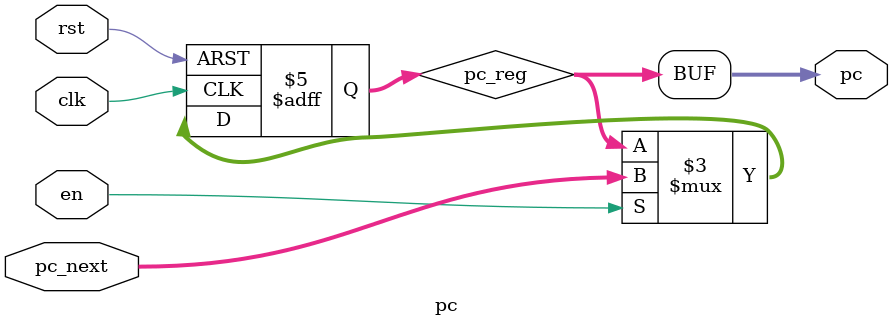
<source format=sv>
module pc
#(
   parameter XLEN = 32
)

(
   rst,
   clk,
   en,
   pc,
   pc_next
);

input  logic               rst;     // reset input
input  logic               clk;     // clock input
input  logic               en;      // enable input
output logic [XLEN-1:0]    pc;      // output bus with output value of program counter 
input  logic [XLEN-1:0]    pc_next; // input bus with next value of program counter

//=== Wire's, reg's and etc... ===
logic  [XLEN-1:0]  pc_reg;     // point counter register

//=== Assignments ===
assign pc = pc_reg;

//=== Logic section ===
always @ (posedge clk or posedge rst)
begin
   if (rst)
      pc_reg   <= 0;
   else if (en)
      pc_reg   <= pc_next;
   else
      pc_reg   <= pc_reg;
end
endmodule 
</source>
